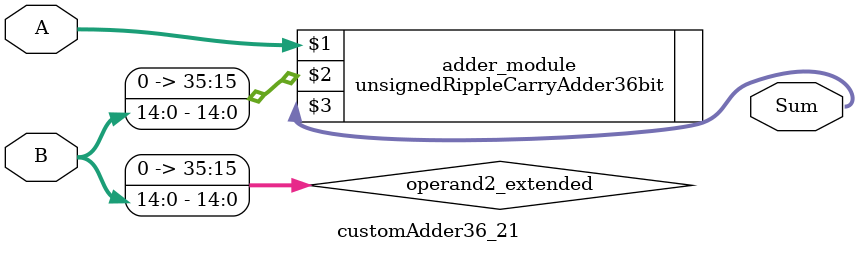
<source format=v>
module customAdder36_21(
                        input [35 : 0] A,
                        input [14 : 0] B,
                        
                        output [36 : 0] Sum
                );

        wire [35 : 0] operand2_extended;
        
        assign operand2_extended =  {21'b0, B};
        
        unsignedRippleCarryAdder36bit adder_module(
            A,
            operand2_extended,
            Sum
        );
        
        endmodule
        
</source>
